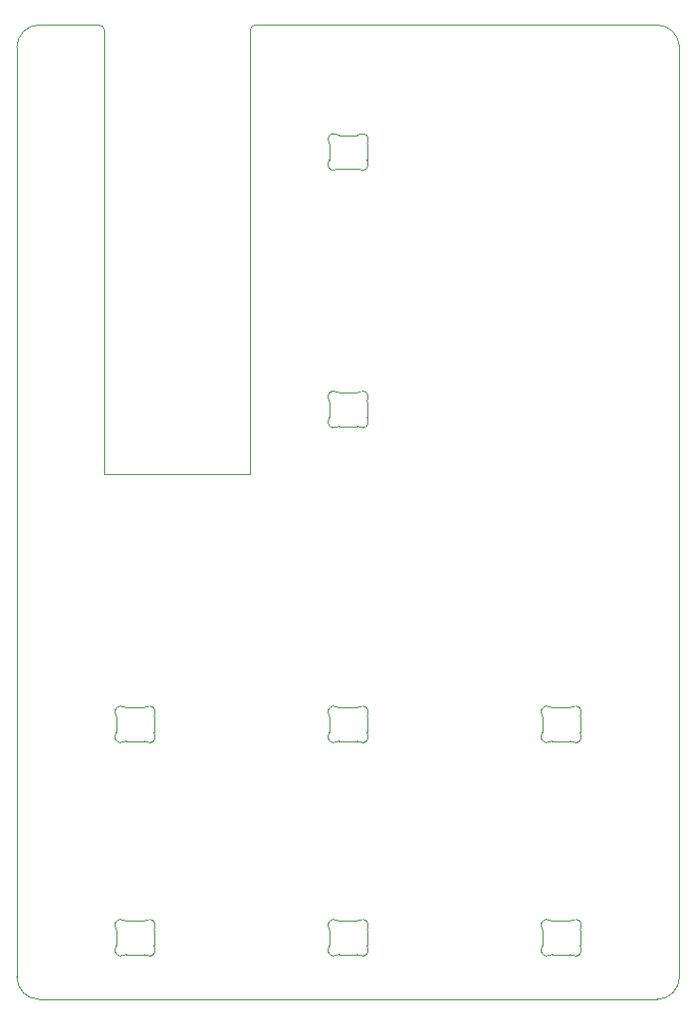
<source format=gm1>
%TF.GenerationSoftware,KiCad,Pcbnew,(6.0.4)*%
%TF.CreationDate,2022-08-26T14:06:06+02:00*%
%TF.ProjectId,Little Big Scroll 6 - PCB,4c697474-6c65-4204-9269-67205363726f,v1.1*%
%TF.SameCoordinates,Original*%
%TF.FileFunction,Profile,NP*%
%FSLAX46Y46*%
G04 Gerber Fmt 4.6, Leading zero omitted, Abs format (unit mm)*
G04 Created by KiCad (PCBNEW (6.0.4)) date 2022-08-26 14:06:06*
%MOMM*%
%LPD*%
G01*
G04 APERTURE LIST*
%TA.AperFunction,Profile*%
%ADD10C,0.050000*%
%TD*%
%TA.AperFunction,Profile*%
%ADD11C,0.100000*%
%TD*%
G04 APERTURE END LIST*
D10*
X82650399Y-45780000D02*
G75*
G03*
X80650000Y-47780399I1J-2000400D01*
G01*
X80650001Y-130790000D02*
G75*
G03*
X82650399Y-132790399I2000399J0D01*
G01*
X139890400Y-47780399D02*
G75*
G03*
X137890000Y-45780000I-2000400J-1D01*
G01*
X101485000Y-85850000D02*
X101485000Y-46280000D01*
X139890399Y-47780399D02*
X139890000Y-130789601D01*
X101985000Y-45780000D02*
X137890000Y-45780000D01*
X80650000Y-130790000D02*
X80650000Y-47800399D01*
X137889601Y-132790000D02*
G75*
G03*
X139890000Y-130789601I-1J2000400D01*
G01*
X88485000Y-46280000D02*
G75*
G03*
X87985000Y-45780000I-500000J0D01*
G01*
X101985000Y-45780000D02*
G75*
G03*
X101485000Y-46280000I0J-500000D01*
G01*
X88485000Y-46280000D02*
X88485000Y-85850000D01*
X88485000Y-85850000D02*
X101485000Y-85850000D01*
X82650399Y-45780000D02*
X87985000Y-45780000D01*
X137889601Y-132790000D02*
X82650399Y-132790399D01*
D11*
X92919999Y-107537157D02*
X92919999Y-108942841D01*
X89520001Y-108942841D02*
X89520001Y-107537157D01*
X92014452Y-109739999D02*
X90425548Y-109739999D01*
X90425548Y-106740000D02*
X92014453Y-106740000D01*
X92969484Y-107320279D02*
G75*
G03*
X92266711Y-106671701I-450514J216879D01*
G01*
X92266711Y-109808298D02*
G75*
G03*
X92969484Y-109159718I252259J431700D01*
G01*
X90173289Y-106671700D02*
G75*
G03*
X89470516Y-107320279I-252258J-431701D01*
G01*
X92920009Y-108942841D02*
G75*
G03*
X92969484Y-109159719I499391J-159D01*
G01*
X90173289Y-106671700D02*
G75*
G03*
X90425547Y-106739999I252261J431710D01*
G01*
X89470516Y-109159719D02*
G75*
G03*
X90173289Y-109808296I450515J-216877D01*
G01*
X90425548Y-109739999D02*
G75*
G03*
X90173290Y-109808298I3J-500009D01*
G01*
X92266711Y-109808298D02*
G75*
G03*
X92014452Y-109739999I-252261J-431712D01*
G01*
X89520001Y-107537157D02*
G75*
G03*
X89470516Y-107320279I-499990J2D01*
G01*
X92969482Y-107320278D02*
G75*
G03*
X92919999Y-107537156I450458J-216862D01*
G01*
X89470516Y-109159719D02*
G75*
G03*
X89520001Y-108942842I-450505J216876D01*
G01*
X92014453Y-106740000D02*
G75*
G03*
X92266711Y-106671701I-3J500010D01*
G01*
X111969999Y-107537157D02*
X111969999Y-108942841D01*
X108570001Y-108942841D02*
X108570001Y-107537157D01*
X111064452Y-109739999D02*
X109475548Y-109739999D01*
X109475548Y-106740000D02*
X111064453Y-106740000D01*
X111316711Y-109808298D02*
G75*
G03*
X112019484Y-109159718I252259J431700D01*
G01*
X111970009Y-108942841D02*
G75*
G03*
X112019484Y-109159719I499391J-159D01*
G01*
X112019482Y-107320278D02*
G75*
G03*
X111969999Y-107537156I450458J-216862D01*
G01*
X108520516Y-109159719D02*
G75*
G03*
X109223289Y-109808296I450515J-216877D01*
G01*
X109223289Y-106671700D02*
G75*
G03*
X108520516Y-107320279I-252258J-431701D01*
G01*
X111064453Y-106740000D02*
G75*
G03*
X111316711Y-106671701I-3J500010D01*
G01*
X109223289Y-106671700D02*
G75*
G03*
X109475547Y-106739999I252261J431710D01*
G01*
X112019484Y-107320279D02*
G75*
G03*
X111316711Y-106671701I-450514J216879D01*
G01*
X108520516Y-109159719D02*
G75*
G03*
X108570001Y-108942842I-450505J216876D01*
G01*
X111316711Y-109808298D02*
G75*
G03*
X111064452Y-109739999I-252261J-431712D01*
G01*
X108570001Y-107537157D02*
G75*
G03*
X108520516Y-107320279I-499990J2D01*
G01*
X109475548Y-109739999D02*
G75*
G03*
X109223290Y-109808298I3J-500009D01*
G01*
X127620001Y-108942841D02*
X127620001Y-107537157D01*
X128525548Y-106740000D02*
X130114453Y-106740000D01*
X131019999Y-107537157D02*
X131019999Y-108942841D01*
X130114452Y-109739999D02*
X128525548Y-109739999D01*
X127570516Y-109159719D02*
G75*
G03*
X127620001Y-108942842I-450505J216876D01*
G01*
X130366711Y-109808298D02*
G75*
G03*
X131069484Y-109159718I252259J431700D01*
G01*
X130114453Y-106740000D02*
G75*
G03*
X130366711Y-106671701I-3J500010D01*
G01*
X127570516Y-109159719D02*
G75*
G03*
X128273289Y-109808296I450515J-216877D01*
G01*
X131069482Y-107320278D02*
G75*
G03*
X131019999Y-107537156I450458J-216862D01*
G01*
X128525548Y-109739999D02*
G75*
G03*
X128273290Y-109808298I3J-500009D01*
G01*
X128273289Y-106671700D02*
G75*
G03*
X127570516Y-107320279I-252258J-431701D01*
G01*
X130366711Y-109808298D02*
G75*
G03*
X130114452Y-109739999I-252261J-431712D01*
G01*
X131069484Y-107320279D02*
G75*
G03*
X130366711Y-106671701I-450514J216879D01*
G01*
X128273289Y-106671700D02*
G75*
G03*
X128525547Y-106739999I252261J431710D01*
G01*
X131020009Y-108942841D02*
G75*
G03*
X131069484Y-109159719I499391J-159D01*
G01*
X127620001Y-107537157D02*
G75*
G03*
X127570516Y-107320279I-499990J2D01*
G01*
X92919999Y-126587157D02*
X92919999Y-127992841D01*
X92014452Y-128789999D02*
X90425548Y-128789999D01*
X89520001Y-127992841D02*
X89520001Y-126587157D01*
X90425548Y-125790000D02*
X92014453Y-125790000D01*
X89470516Y-128209719D02*
G75*
G03*
X90173289Y-128858296I450515J-216877D01*
G01*
X92920009Y-127992841D02*
G75*
G03*
X92969484Y-128209719I499391J-159D01*
G01*
X90173289Y-125721700D02*
G75*
G03*
X89470516Y-126370279I-252258J-431701D01*
G01*
X92014453Y-125790000D02*
G75*
G03*
X92266711Y-125721701I-3J500010D01*
G01*
X92266711Y-128858298D02*
G75*
G03*
X92014452Y-128789999I-252261J-431712D01*
G01*
X92969484Y-126370279D02*
G75*
G03*
X92266711Y-125721701I-450514J216879D01*
G01*
X90173289Y-125721700D02*
G75*
G03*
X90425547Y-125789999I252261J431710D01*
G01*
X92969482Y-126370278D02*
G75*
G03*
X92919999Y-126587156I450458J-216862D01*
G01*
X89470516Y-128209719D02*
G75*
G03*
X89520001Y-127992842I-450505J216876D01*
G01*
X92266711Y-128858298D02*
G75*
G03*
X92969484Y-128209718I252259J431700D01*
G01*
X90425548Y-128789999D02*
G75*
G03*
X90173290Y-128858298I3J-500009D01*
G01*
X89520001Y-126587157D02*
G75*
G03*
X89470516Y-126370279I-499990J2D01*
G01*
X111064452Y-128789999D02*
X109475548Y-128789999D01*
X108570001Y-127992841D02*
X108570001Y-126587157D01*
X111969999Y-126587157D02*
X111969999Y-127992841D01*
X109475548Y-125790000D02*
X111064453Y-125790000D01*
X111316711Y-128858298D02*
G75*
G03*
X111064452Y-128789999I-252261J-431712D01*
G01*
X109223289Y-125721700D02*
G75*
G03*
X109475547Y-125789999I252261J431710D01*
G01*
X112019482Y-126370278D02*
G75*
G03*
X111969999Y-126587156I450458J-216862D01*
G01*
X109223289Y-125721700D02*
G75*
G03*
X108520516Y-126370279I-252258J-431701D01*
G01*
X111064453Y-125790000D02*
G75*
G03*
X111316711Y-125721701I-3J500010D01*
G01*
X108520516Y-128209719D02*
G75*
G03*
X108570001Y-127992842I-450505J216876D01*
G01*
X108570001Y-126587157D02*
G75*
G03*
X108520516Y-126370279I-499990J2D01*
G01*
X109475548Y-128789999D02*
G75*
G03*
X109223290Y-128858298I3J-500009D01*
G01*
X108520516Y-128209719D02*
G75*
G03*
X109223289Y-128858296I450515J-216877D01*
G01*
X111316711Y-128858298D02*
G75*
G03*
X112019484Y-128209718I252259J431700D01*
G01*
X111970009Y-127992841D02*
G75*
G03*
X112019484Y-128209719I499391J-159D01*
G01*
X112019484Y-126370279D02*
G75*
G03*
X111316711Y-125721701I-450514J216879D01*
G01*
X127620001Y-127992841D02*
X127620001Y-126587157D01*
X131019999Y-126587157D02*
X131019999Y-127992841D01*
X128525548Y-125790000D02*
X130114453Y-125790000D01*
X130114452Y-128789999D02*
X128525548Y-128789999D01*
X127620001Y-126587157D02*
G75*
G03*
X127570516Y-126370279I-499990J2D01*
G01*
X130114453Y-125790000D02*
G75*
G03*
X130366711Y-125721701I-3J500010D01*
G01*
X128273289Y-125721700D02*
G75*
G03*
X128525547Y-125789999I252261J431710D01*
G01*
X128525548Y-128789999D02*
G75*
G03*
X128273290Y-128858298I3J-500009D01*
G01*
X131069484Y-126370279D02*
G75*
G03*
X130366711Y-125721701I-450514J216879D01*
G01*
X127570516Y-128209719D02*
G75*
G03*
X127620001Y-127992842I-450505J216876D01*
G01*
X128273289Y-125721700D02*
G75*
G03*
X127570516Y-126370279I-252258J-431701D01*
G01*
X131020009Y-127992841D02*
G75*
G03*
X131069484Y-128209719I499391J-159D01*
G01*
X131069482Y-126370278D02*
G75*
G03*
X131019999Y-126587156I450458J-216862D01*
G01*
X130366711Y-128858298D02*
G75*
G03*
X130114452Y-128789999I-252261J-431712D01*
G01*
X130366711Y-128858298D02*
G75*
G03*
X131069484Y-128209718I252259J431700D01*
G01*
X127570516Y-128209719D02*
G75*
G03*
X128273289Y-128858296I450515J-216877D01*
G01*
X108570001Y-57822843D02*
X108570001Y-56417159D01*
X111064452Y-58620000D02*
X109475547Y-58620000D01*
X109475548Y-55620001D02*
X111064452Y-55620001D01*
X111969999Y-56417159D02*
X111969999Y-57822843D01*
X109223289Y-55551702D02*
G75*
G03*
X109475548Y-55620001I252261J431712D01*
G01*
X108569991Y-56417159D02*
G75*
G03*
X108520516Y-56200281I-499391J159D01*
G01*
X108520518Y-58039722D02*
G75*
G03*
X108570001Y-57822844I-450458J216862D01*
G01*
X109223289Y-55551702D02*
G75*
G03*
X108520516Y-56200282I-252259J-431700D01*
G01*
X111316711Y-58688300D02*
G75*
G03*
X111064453Y-58620001I-252261J-431710D01*
G01*
X112019484Y-56200281D02*
G75*
G03*
X111969999Y-56417158I450505J-216876D01*
G01*
X108520516Y-58039721D02*
G75*
G03*
X109223289Y-58688299I450514J-216879D01*
G01*
X111316711Y-58688300D02*
G75*
G03*
X112019484Y-58039721I252258J431701D01*
G01*
X109475547Y-58620000D02*
G75*
G03*
X109223289Y-58688299I3J-500010D01*
G01*
X111064452Y-55620001D02*
G75*
G03*
X111316710Y-55551702I-3J500009D01*
G01*
X112019484Y-56200281D02*
G75*
G03*
X111316711Y-55551704I-450515J216877D01*
G01*
X111969999Y-57822843D02*
G75*
G03*
X112019484Y-58039721I499990J-2D01*
G01*
X111969999Y-79412159D02*
X111969999Y-80817843D01*
X109475548Y-78615001D02*
X111064452Y-78615001D01*
X111064452Y-81615000D02*
X109475547Y-81615000D01*
X108570001Y-80817843D02*
X108570001Y-79412159D01*
X112019484Y-79195281D02*
G75*
G03*
X111969999Y-79412158I450505J-216876D01*
G01*
X112019484Y-79195281D02*
G75*
G03*
X111316711Y-78546704I-450515J216877D01*
G01*
X108520516Y-81034721D02*
G75*
G03*
X109223289Y-81683299I450514J-216879D01*
G01*
X108520518Y-81034722D02*
G75*
G03*
X108570001Y-80817844I-450458J216862D01*
G01*
X111316711Y-81683300D02*
G75*
G03*
X112019484Y-81034721I252258J431701D01*
G01*
X109223289Y-78546702D02*
G75*
G03*
X108520516Y-79195282I-252259J-431700D01*
G01*
X108569991Y-79412159D02*
G75*
G03*
X108520516Y-79195281I-499391J159D01*
G01*
X109475547Y-81615000D02*
G75*
G03*
X109223289Y-81683299I3J-500010D01*
G01*
X111969999Y-80817843D02*
G75*
G03*
X112019484Y-81034721I499990J-2D01*
G01*
X109223289Y-78546702D02*
G75*
G03*
X109475548Y-78615001I252261J431712D01*
G01*
X111316711Y-81683300D02*
G75*
G03*
X111064453Y-81615001I-252261J-431710D01*
G01*
X111064452Y-78615001D02*
G75*
G03*
X111316710Y-78546702I-3J500009D01*
G01*
M02*

</source>
